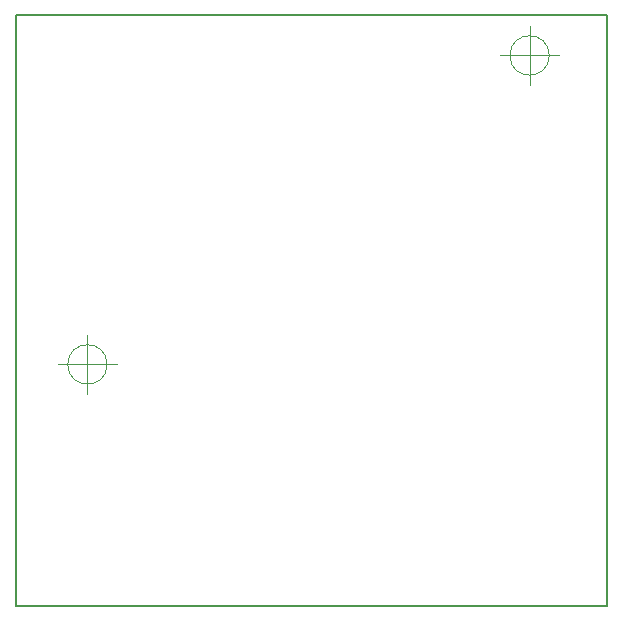
<source format=gbr>
%TF.GenerationSoftware,KiCad,Pcbnew,(6.0.0)*%
%TF.CreationDate,2022-01-02T08:39:00+08:00*%
%TF.ProjectId,NodeMCU-32S-RGBWA-LED-driver,4e6f6465-4d43-4552-9d33-32532d524742,1*%
%TF.SameCoordinates,PX68d6610PY3c42a2c*%
%TF.FileFunction,Profile,NP*%
%FSLAX46Y46*%
G04 Gerber Fmt 4.6, Leading zero omitted, Abs format (unit mm)*
G04 Created by KiCad (PCBNEW (6.0.0)) date 2022-01-02 08:39:00*
%MOMM*%
%LPD*%
G01*
G04 APERTURE LIST*
%TA.AperFunction,Profile*%
%ADD10C,0.200000*%
%TD*%
%TA.AperFunction,Profile*%
%ADD11C,0.100000*%
%TD*%
G04 APERTURE END LIST*
D10*
X-180000Y137500D02*
X49820000Y137500D01*
X49820000Y137500D02*
X49820000Y-49862500D01*
X49820000Y-49862500D02*
X-180000Y-49862500D01*
X-180000Y-49862500D02*
X-180000Y137500D01*
D11*
X7536666Y-29412500D02*
G75*
G03*
X7536666Y-29412500I-1666666J0D01*
G01*
X3370000Y-29412500D02*
X8370000Y-29412500D01*
X5870000Y-26912500D02*
X5870000Y-31912500D01*
X44966666Y-3252500D02*
G75*
G03*
X44966666Y-3252500I-1666666J0D01*
G01*
X40800000Y-3252500D02*
X45800000Y-3252500D01*
X43300000Y-752500D02*
X43300000Y-5752500D01*
M02*

</source>
